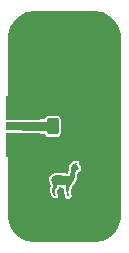
<source format=gbr>
%TF.GenerationSoftware,KiCad,Pcbnew,6.0.1-79c1e3a40b~116~ubuntu20.04.1*%
%TF.CreationDate,2022-01-29T01:29:46+01:00*%
%TF.ProjectId,load,6c6f6164-2e6b-4696-9361-645f70636258,1*%
%TF.SameCoordinates,Original*%
%TF.FileFunction,Copper,L1,Top*%
%TF.FilePolarity,Positive*%
%FSLAX46Y46*%
G04 Gerber Fmt 4.6, Leading zero omitted, Abs format (unit mm)*
G04 Created by KiCad (PCBNEW 6.0.1-79c1e3a40b~116~ubuntu20.04.1) date 2022-01-29 01:29:46*
%MOMM*%
%LPD*%
G01*
G04 APERTURE LIST*
G04 Aperture macros list*
%AMRoundRect*
0 Rectangle with rounded corners*
0 $1 Rounding radius*
0 $2 $3 $4 $5 $6 $7 $8 $9 X,Y pos of 4 corners*
0 Add a 4 corners polygon primitive as box body*
4,1,4,$2,$3,$4,$5,$6,$7,$8,$9,$2,$3,0*
0 Add four circle primitives for the rounded corners*
1,1,$1+$1,$2,$3*
1,1,$1+$1,$4,$5*
1,1,$1+$1,$6,$7*
1,1,$1+$1,$8,$9*
0 Add four rect primitives between the rounded corners*
20,1,$1+$1,$2,$3,$4,$5,0*
20,1,$1+$1,$4,$5,$6,$7,0*
20,1,$1+$1,$6,$7,$8,$9,0*
20,1,$1+$1,$8,$9,$2,$3,0*%
G04 Aperture macros list end*
%TA.AperFunction,SMDPad,CuDef*%
%ADD10RoundRect,0.250000X-0.262500X-0.450000X0.262500X-0.450000X0.262500X0.450000X-0.262500X0.450000X0*%
%TD*%
%TA.AperFunction,SMDPad,CuDef*%
%ADD11R,3.000000X0.800000*%
%TD*%
%TA.AperFunction,ComponentPad*%
%ADD12C,0.800000*%
%TD*%
%TA.AperFunction,SMDPad,CuDef*%
%ADD13R,3.000000X2.000000*%
%TD*%
%TA.AperFunction,ComponentPad*%
%ADD14C,3.400000*%
%TD*%
%TA.AperFunction,ViaPad*%
%ADD15C,0.800000*%
%TD*%
%TA.AperFunction,Conductor*%
%ADD16C,0.800000*%
%TD*%
G04 APERTURE END LIST*
%TO.C,G\u002A\u002A\u002A*%
G36*
X158524241Y-95569067D02*
G01*
X158532984Y-95573702D01*
X158536499Y-95583390D01*
X158534907Y-95599737D01*
X158528333Y-95624349D01*
X158517065Y-95658354D01*
X158507234Y-95686374D01*
X158498718Y-95709880D01*
X158492386Y-95726522D01*
X158489110Y-95733950D01*
X158489011Y-95734071D01*
X158492402Y-95738409D01*
X158504045Y-95747041D01*
X158521428Y-95758104D01*
X158521593Y-95758203D01*
X158559324Y-95784411D01*
X158588019Y-95811875D01*
X158607104Y-95839544D01*
X158616006Y-95866368D01*
X158614151Y-95891294D01*
X158604222Y-95909556D01*
X158592506Y-95924025D01*
X158626441Y-95944467D01*
X158650548Y-95960104D01*
X158675454Y-95977964D01*
X158688267Y-95988032D01*
X158703899Y-96001637D01*
X158711748Y-96011647D01*
X158713828Y-96022070D01*
X158712298Y-96035953D01*
X158709283Y-96059800D01*
X158707212Y-96083976D01*
X158707135Y-96085357D01*
X158703927Y-96104163D01*
X158695677Y-96114755D01*
X158692280Y-96116730D01*
X158678318Y-96126631D01*
X158666481Y-96138622D01*
X158660445Y-96145092D01*
X158653092Y-96149553D01*
X158641984Y-96152520D01*
X158624682Y-96154508D01*
X158598745Y-96156032D01*
X158580213Y-96156846D01*
X158544421Y-96159007D01*
X158517479Y-96162035D01*
X158500803Y-96165746D01*
X158496763Y-96167795D01*
X158489548Y-96178893D01*
X158484117Y-96195913D01*
X158483590Y-96198793D01*
X158479175Y-96214442D01*
X158470425Y-96237279D01*
X158458842Y-96263555D01*
X158451994Y-96277740D01*
X158441693Y-96299046D01*
X158433668Y-96317926D01*
X158427186Y-96337042D01*
X158421515Y-96359059D01*
X158415920Y-96386641D01*
X158409669Y-96422451D01*
X158405928Y-96445130D01*
X158399093Y-96490326D01*
X158392435Y-96540273D01*
X158386550Y-96590087D01*
X158382034Y-96634886D01*
X158380555Y-96652819D01*
X158372016Y-96742531D01*
X158360391Y-96822075D01*
X158345339Y-96893376D01*
X158326764Y-96957623D01*
X158309419Y-97004277D01*
X158289715Y-97044964D01*
X158265550Y-97083099D01*
X158234819Y-97122102D01*
X158205329Y-97154907D01*
X158146344Y-97225150D01*
X158096235Y-97300953D01*
X158058773Y-97372681D01*
X158041867Y-97406709D01*
X158026644Y-97432190D01*
X158010964Y-97452374D01*
X157997049Y-97466524D01*
X157980447Y-97481231D01*
X157966912Y-97491787D01*
X157959303Y-97495969D01*
X157959199Y-97495972D01*
X157952033Y-97499890D01*
X157945115Y-97512218D01*
X157938199Y-97533820D01*
X157931040Y-97565559D01*
X157923393Y-97608297D01*
X157918587Y-97638791D01*
X157909728Y-97694595D01*
X157901188Y-97741915D01*
X157892090Y-97784610D01*
X157881553Y-97826535D01*
X157868700Y-97871550D01*
X157856459Y-97911416D01*
X157844169Y-97953183D01*
X157835935Y-97988995D01*
X157831577Y-98022192D01*
X157830916Y-98056113D01*
X157833773Y-98094097D01*
X157839970Y-98139482D01*
X157843158Y-98159336D01*
X157849090Y-98196237D01*
X157854629Y-98232404D01*
X157859276Y-98264446D01*
X157862528Y-98288971D01*
X157863307Y-98295728D01*
X157867706Y-98322729D01*
X157875790Y-98345027D01*
X157889971Y-98369066D01*
X157891722Y-98371674D01*
X157915839Y-98407322D01*
X157734602Y-98407322D01*
X157738791Y-98387173D01*
X157743980Y-98369319D01*
X157750235Y-98355611D01*
X157753151Y-98347485D01*
X157751724Y-98336439D01*
X157745252Y-98319560D01*
X157737613Y-98303269D01*
X157725612Y-98275858D01*
X157715393Y-98245956D01*
X157706295Y-98211045D01*
X157697654Y-98168609D01*
X157689495Y-98120476D01*
X157683449Y-98089204D01*
X157674528Y-98051485D01*
X157664039Y-98012546D01*
X157655412Y-97984083D01*
X157643612Y-97946382D01*
X157634500Y-97913818D01*
X157627523Y-97883315D01*
X157622129Y-97851795D01*
X157617764Y-97816180D01*
X157613877Y-97773393D01*
X157611160Y-97737759D01*
X157607996Y-97675871D01*
X157607514Y-97616631D01*
X157609659Y-97563012D01*
X157614371Y-97517987D01*
X157615580Y-97510487D01*
X157618961Y-97490903D01*
X157507836Y-97494336D01*
X157435363Y-97495248D01*
X157372309Y-97492994D01*
X157316045Y-97487325D01*
X157263938Y-97477989D01*
X157221223Y-97467062D01*
X157157349Y-97443745D01*
X157103756Y-97413720D01*
X157060181Y-97376801D01*
X157026360Y-97332800D01*
X157022700Y-97326608D01*
X157005584Y-97296736D01*
X157001224Y-97314108D01*
X156989307Y-97348417D01*
X156970864Y-97386271D01*
X156948553Y-97422891D01*
X156925035Y-97453494D01*
X156921543Y-97457297D01*
X156901143Y-97479512D01*
X156887459Y-97497080D01*
X156878362Y-97514042D01*
X156871723Y-97534439D01*
X156865412Y-97562311D01*
X156864896Y-97564798D01*
X156853404Y-97608376D01*
X156837101Y-97648185D01*
X156814502Y-97686779D01*
X156784123Y-97726712D01*
X156746798Y-97768121D01*
X156720456Y-97796187D01*
X156701522Y-97817773D01*
X156688447Y-97834974D01*
X156679681Y-97849882D01*
X156673674Y-97864593D01*
X156672358Y-97868695D01*
X156664038Y-97906128D01*
X156659163Y-97950183D01*
X156658060Y-97995480D01*
X156661058Y-98036641D01*
X156661788Y-98041542D01*
X156673176Y-98111224D01*
X156683258Y-98169454D01*
X156692231Y-98217088D01*
X156700292Y-98254983D01*
X156707640Y-98283995D01*
X156714472Y-98304979D01*
X156720986Y-98318793D01*
X156727379Y-98326291D01*
X156727585Y-98326436D01*
X156745883Y-98341596D01*
X156762397Y-98359376D01*
X156773744Y-98375897D01*
X156776393Y-98382359D01*
X156777205Y-98388066D01*
X156774621Y-98391719D01*
X156766510Y-98393774D01*
X156750743Y-98394689D01*
X156725191Y-98394919D01*
X156717795Y-98394923D01*
X156655912Y-98394923D01*
X156657338Y-98377874D01*
X156656090Y-98366947D01*
X156649473Y-98354503D01*
X156635931Y-98338151D01*
X156622021Y-98323627D01*
X156596334Y-98294183D01*
X156572957Y-98259656D01*
X156551004Y-98218336D01*
X156529589Y-98168512D01*
X156507828Y-98108474D01*
X156502705Y-98093113D01*
X156481819Y-98026132D01*
X156466653Y-97968086D01*
X156457238Y-97916897D01*
X156453603Y-97870482D01*
X156455777Y-97826761D01*
X156463792Y-97783655D01*
X156477676Y-97739082D01*
X156497460Y-97690961D01*
X156508836Y-97666463D01*
X156518026Y-97646491D01*
X156523988Y-97630289D01*
X156527400Y-97614151D01*
X156528939Y-97594372D01*
X156529283Y-97567246D01*
X156529244Y-97554869D01*
X156524501Y-97488191D01*
X156510954Y-97413576D01*
X156488744Y-97331676D01*
X156467873Y-97269685D01*
X156456997Y-97237176D01*
X156446786Y-97202425D01*
X156438832Y-97171016D01*
X156436350Y-97159127D01*
X156428734Y-97125011D01*
X156420473Y-97099128D01*
X156412106Y-97082308D01*
X156404166Y-97075380D01*
X156397190Y-97079173D01*
X156392475Y-97091219D01*
X156389612Y-97101195D01*
X156386977Y-97102109D01*
X156382829Y-97092932D01*
X156379366Y-97083469D01*
X156372828Y-97054501D01*
X156370436Y-97018502D01*
X156372072Y-96980083D01*
X156377621Y-96943858D01*
X156383393Y-96923325D01*
X156411748Y-96861601D01*
X156450729Y-96805270D01*
X156499600Y-96754765D01*
X156557622Y-96710520D01*
X156624058Y-96672966D01*
X156698170Y-96642536D01*
X156779223Y-96619663D01*
X156866477Y-96604781D01*
X156935831Y-96599109D01*
X156988496Y-96597887D01*
X157038937Y-96599423D01*
X157090099Y-96604043D01*
X157144930Y-96612075D01*
X157206378Y-96623844D01*
X157255047Y-96634515D01*
X157312700Y-96647436D01*
X157360559Y-96657548D01*
X157400833Y-96665155D01*
X157435730Y-96670560D01*
X157467460Y-96674069D01*
X157498229Y-96675984D01*
X157530248Y-96676610D01*
X157559172Y-96676371D01*
X157592835Y-96675976D01*
X157619398Y-96676379D01*
X157642380Y-96678016D01*
X157665303Y-96681317D01*
X157691687Y-96686717D01*
X157725054Y-96694647D01*
X157742142Y-96698874D01*
X157785350Y-96709152D01*
X157818742Y-96715733D01*
X157844340Y-96718608D01*
X157864166Y-96717772D01*
X157880242Y-96713215D01*
X157894589Y-96704932D01*
X157903067Y-96698290D01*
X157915699Y-96686029D01*
X157926405Y-96671304D01*
X157935955Y-96652233D01*
X157945119Y-96626934D01*
X157954667Y-96593527D01*
X157965370Y-96550128D01*
X157967570Y-96540719D01*
X157978104Y-96497703D01*
X157990799Y-96449432D01*
X158004142Y-96401473D01*
X158016623Y-96359393D01*
X158018029Y-96354883D01*
X158027344Y-96324523D01*
X158034738Y-96298234D01*
X158040691Y-96273426D01*
X158045684Y-96247506D01*
X158050194Y-96217883D01*
X158054702Y-96181965D01*
X158059688Y-96137162D01*
X158061555Y-96119648D01*
X158068213Y-96058372D01*
X158074136Y-96007925D01*
X158079611Y-95966777D01*
X158084920Y-95933399D01*
X158090347Y-95906263D01*
X158096176Y-95883840D01*
X158102691Y-95864600D01*
X158110177Y-95847015D01*
X158113443Y-95840229D01*
X158125885Y-95816713D01*
X158138553Y-95797418D01*
X158153589Y-95780155D01*
X158173135Y-95762733D01*
X158199335Y-95742962D01*
X158228460Y-95722658D01*
X158258266Y-95701087D01*
X158289259Y-95676692D01*
X158317087Y-95652986D01*
X158332066Y-95638971D01*
X158350896Y-95621338D01*
X158367122Y-95608056D01*
X158378413Y-95600943D01*
X158381664Y-95600317D01*
X158389806Y-95609087D01*
X158390774Y-95627075D01*
X158384578Y-95653396D01*
X158380786Y-95664234D01*
X158373898Y-95683306D01*
X158369239Y-95697470D01*
X158367952Y-95702742D01*
X158371750Y-95701594D01*
X158381918Y-95693031D01*
X158396618Y-95678932D01*
X158414013Y-95661179D01*
X158432266Y-95641648D01*
X158449538Y-95622221D01*
X158463993Y-95604775D01*
X158464968Y-95603527D01*
X158481284Y-95583882D01*
X158493695Y-95572812D01*
X158504752Y-95568303D01*
X158510147Y-95567879D01*
X158524241Y-95569067D01*
G37*
%TD*%
D10*
%TO.P,R1,1*%
%TO.N,Net-(J1-Pad1)*%
X156500000Y-92500000D03*
%TO.P,R1,2*%
%TO.N,GND*%
X158325000Y-92500000D03*
%TD*%
D11*
%TO.P,J1,1,Pin_1*%
%TO.N,Net-(J1-Pad1)*%
X154000000Y-92500000D03*
D12*
%TO.P,J1,2,Pin_2*%
%TO.N,GND*%
X154500000Y-91000000D03*
X153500000Y-90900000D03*
X153000000Y-93500000D03*
X155000000Y-93500000D03*
X153000000Y-91500000D03*
D13*
X154000000Y-94100000D03*
X154000000Y-90900000D03*
D12*
X154500000Y-94000000D03*
X153500000Y-94000000D03*
X154000000Y-93500000D03*
X155000000Y-91500000D03*
X154000000Y-91500000D03*
%TD*%
D14*
%TO.P,H4,1,1*%
%TO.N,GND*%
X160000000Y-85000000D03*
%TD*%
%TO.P,H3,1,1*%
%TO.N,GND*%
X155000000Y-85000000D03*
%TD*%
%TO.P,H2,1,1*%
%TO.N,GND*%
X160000000Y-100000000D03*
%TD*%
%TO.P,H1,1,1*%
%TO.N,GND*%
X155000000Y-100000000D03*
%TD*%
D15*
%TO.N,GND*%
X159500000Y-91500000D03*
X159500000Y-93500000D03*
X159000000Y-92500000D03*
X158000000Y-93000000D03*
X158000000Y-92000000D03*
X158500000Y-94000000D03*
X157500000Y-94000000D03*
X156500000Y-94000000D03*
X155500000Y-94000000D03*
X158500000Y-91000000D03*
X157500000Y-91000000D03*
X156500000Y-91000000D03*
X155500000Y-91000000D03*
%TD*%
D16*
%TO.N,Net-(J1-Pad1)*%
X154000000Y-92500000D02*
X156500000Y-92500000D01*
%TD*%
%TA.AperFunction,Conductor*%
%TO.N,GND*%
G36*
X159988227Y-82702518D02*
G01*
X159999642Y-82705143D01*
X160010517Y-82702682D01*
X160021663Y-82702702D01*
X160021663Y-82702737D01*
X160031724Y-82701919D01*
X160271264Y-82716409D01*
X160283116Y-82717848D01*
X160544542Y-82765756D01*
X160556135Y-82768613D01*
X160761078Y-82832476D01*
X160809872Y-82847681D01*
X160821050Y-82851920D01*
X161063406Y-82960995D01*
X161073991Y-82966551D01*
X161301422Y-83104038D01*
X161311261Y-83110829D01*
X161520463Y-83274728D01*
X161529412Y-83282655D01*
X161717345Y-83470588D01*
X161725272Y-83479537D01*
X161889171Y-83688739D01*
X161895962Y-83698578D01*
X162033449Y-83926009D01*
X162039005Y-83936594D01*
X162148080Y-84178950D01*
X162152319Y-84190128D01*
X162231385Y-84443857D01*
X162234244Y-84455458D01*
X162282152Y-84716884D01*
X162283591Y-84728734D01*
X162283592Y-84728743D01*
X162298050Y-84967755D01*
X162297230Y-84977627D01*
X162297375Y-84977627D01*
X162297355Y-84988778D01*
X162294857Y-84999642D01*
X162297317Y-85010514D01*
X162297317Y-85010516D01*
X162297559Y-85011583D01*
X162300000Y-85033432D01*
X162300000Y-99966040D01*
X162297482Y-99988227D01*
X162294857Y-99999642D01*
X162297318Y-100010517D01*
X162297298Y-100021663D01*
X162297263Y-100021663D01*
X162298081Y-100031726D01*
X162283592Y-100271257D01*
X162282152Y-100283116D01*
X162278549Y-100302780D01*
X162234246Y-100544535D01*
X162231385Y-100556143D01*
X162152319Y-100809872D01*
X162148080Y-100821050D01*
X162039005Y-101063406D01*
X162033449Y-101073991D01*
X161895962Y-101301422D01*
X161889171Y-101311261D01*
X161725272Y-101520463D01*
X161717345Y-101529412D01*
X161529412Y-101717345D01*
X161520463Y-101725272D01*
X161311261Y-101889171D01*
X161301422Y-101895962D01*
X161073991Y-102033449D01*
X161063406Y-102039005D01*
X160821050Y-102148080D01*
X160809872Y-102152319D01*
X160556135Y-102231387D01*
X160544542Y-102234244D01*
X160283116Y-102282152D01*
X160271266Y-102283591D01*
X160032243Y-102298050D01*
X160022373Y-102297230D01*
X160022373Y-102297375D01*
X160011222Y-102297355D01*
X160000358Y-102294857D01*
X159989486Y-102297317D01*
X159989484Y-102297317D01*
X159988417Y-102297559D01*
X159966568Y-102300000D01*
X155033960Y-102300000D01*
X155011773Y-102297482D01*
X155000358Y-102294857D01*
X154989483Y-102297318D01*
X154978337Y-102297298D01*
X154978337Y-102297263D01*
X154968276Y-102298081D01*
X154728736Y-102283591D01*
X154716884Y-102282152D01*
X154455458Y-102234244D01*
X154443865Y-102231387D01*
X154190128Y-102152319D01*
X154178950Y-102148080D01*
X153936594Y-102039005D01*
X153926009Y-102033449D01*
X153698578Y-101895962D01*
X153688739Y-101889171D01*
X153479537Y-101725272D01*
X153470588Y-101717345D01*
X153282655Y-101529412D01*
X153274728Y-101520463D01*
X153110829Y-101311261D01*
X153104038Y-101301422D01*
X152966551Y-101073991D01*
X152960995Y-101063406D01*
X152851920Y-100821050D01*
X152847681Y-100809872D01*
X152768615Y-100556143D01*
X152765754Y-100544535D01*
X152717850Y-100283125D01*
X152717848Y-100283118D01*
X152716408Y-100271256D01*
X152701966Y-100032500D01*
X152703702Y-100011805D01*
X152703235Y-100011751D01*
X152703876Y-100006177D01*
X152705142Y-100000716D01*
X152705143Y-100000000D01*
X152702479Y-99988321D01*
X152700000Y-99966304D01*
X152700000Y-97009089D01*
X156169370Y-97009089D01*
X156169741Y-97014671D01*
X156169741Y-97014672D01*
X156169796Y-97015495D01*
X156169924Y-97026278D01*
X156169658Y-97032519D01*
X156170661Y-97037980D01*
X156170681Y-97038264D01*
X156172024Y-97049041D01*
X156172565Y-97057180D01*
X156172782Y-97064143D01*
X156172733Y-97076367D01*
X156173966Y-97081831D01*
X156174107Y-97083118D01*
X156174395Y-97084712D01*
X156174763Y-97090257D01*
X156178298Y-97102076D01*
X156180013Y-97108622D01*
X156181024Y-97113101D01*
X156181059Y-97113257D01*
X156182716Y-97122720D01*
X156183040Y-97125303D01*
X156183042Y-97125309D01*
X156183738Y-97130863D01*
X156185662Y-97136122D01*
X156186336Y-97138901D01*
X156186997Y-97141145D01*
X156188013Y-97144073D01*
X156189237Y-97149494D01*
X156190889Y-97152947D01*
X156191222Y-97154602D01*
X156193142Y-97158850D01*
X156193145Y-97158858D01*
X156196045Y-97165273D01*
X156198801Y-97172021D01*
X156202759Y-97182838D01*
X156203173Y-97183476D01*
X156204954Y-97187713D01*
X156209227Y-97200067D01*
X156209229Y-97200070D01*
X156212873Y-97210606D01*
X156220726Y-97218520D01*
X156220727Y-97218521D01*
X156232810Y-97230697D01*
X156238813Y-97242591D01*
X156241151Y-97240818D01*
X156241156Y-97240821D01*
X156243753Y-97244246D01*
X156259754Y-97279204D01*
X156260121Y-97279081D01*
X156261900Y-97284399D01*
X156265565Y-97295355D01*
X156266663Y-97298850D01*
X156271465Y-97315190D01*
X156273144Y-97318191D01*
X156273410Y-97318893D01*
X156278296Y-97333407D01*
X156285359Y-97354520D01*
X156285459Y-97354685D01*
X156296342Y-97387006D01*
X156298066Y-97392686D01*
X156314587Y-97453611D01*
X156316446Y-97461836D01*
X156324816Y-97507937D01*
X156326158Y-97518596D01*
X156328334Y-97549181D01*
X156318847Y-97592961D01*
X156321122Y-97593897D01*
X156315012Y-97608759D01*
X156313249Y-97612789D01*
X156308907Y-97622138D01*
X156308905Y-97622143D01*
X156306568Y-97627176D01*
X156305701Y-97631233D01*
X156305022Y-97633057D01*
X156300560Y-97643911D01*
X156298535Y-97648008D01*
X156296306Y-97653068D01*
X156293483Y-97657908D01*
X156291818Y-97663254D01*
X156291817Y-97663256D01*
X156290646Y-97667016D01*
X156287691Y-97675214D01*
X156284126Y-97683885D01*
X156283208Y-97689371D01*
X156281763Y-97694435D01*
X156280652Y-97699100D01*
X156278660Y-97705497D01*
X156277657Y-97708716D01*
X156273941Y-97718712D01*
X156271316Y-97724754D01*
X156270292Y-97730264D01*
X156270110Y-97730857D01*
X156267933Y-97739643D01*
X156267788Y-97740399D01*
X156266136Y-97745702D01*
X156265705Y-97751237D01*
X156265618Y-97752353D01*
X156264250Y-97762751D01*
X156261671Y-97776626D01*
X156259598Y-97785487D01*
X156257152Y-97794133D01*
X156256874Y-97799735D01*
X156256312Y-97803157D01*
X156256043Y-97806898D01*
X156255026Y-97812366D01*
X156255251Y-97817919D01*
X156255250Y-97817928D01*
X156255392Y-97821431D01*
X156255351Y-97830345D01*
X156254581Y-97845825D01*
X156253624Y-97855485D01*
X156253439Y-97856728D01*
X156252439Y-97863444D01*
X156252876Y-97869027D01*
X156252785Y-97871647D01*
X156252828Y-97874672D01*
X156253006Y-97877519D01*
X156252730Y-97883068D01*
X156253695Y-97888538D01*
X156253695Y-97888541D01*
X156254140Y-97891062D01*
X156255343Y-97900525D01*
X156255984Y-97908703D01*
X156256416Y-97914220D01*
X156256577Y-97923735D01*
X156256674Y-97925137D01*
X156256427Y-97930727D01*
X156257677Y-97937524D01*
X156257728Y-97937800D01*
X156259060Y-97947982D01*
X156259609Y-97954989D01*
X156261265Y-97960297D01*
X156261498Y-97961507D01*
X156263808Y-97970861D01*
X156265876Y-97982106D01*
X156266504Y-97985944D01*
X156267240Y-97991068D01*
X156267405Y-97996659D01*
X156269289Y-98003870D01*
X156270363Y-98007982D01*
X156271944Y-98015094D01*
X156272230Y-98016646D01*
X156274031Y-98026439D01*
X156276230Y-98031552D01*
X156277807Y-98036758D01*
X156278838Y-98040417D01*
X156280254Y-98045838D01*
X156283309Y-98057531D01*
X156283793Y-98059670D01*
X156284122Y-98063976D01*
X156288638Y-98078459D01*
X156288803Y-98078987D01*
X156290077Y-98083436D01*
X156294014Y-98098504D01*
X156296006Y-98102331D01*
X156296734Y-98104423D01*
X156305527Y-98132622D01*
X156305605Y-98132920D01*
X156305789Y-98134832D01*
X156307243Y-98139191D01*
X156311593Y-98152235D01*
X156311754Y-98152797D01*
X156312055Y-98155263D01*
X156313962Y-98160525D01*
X156315095Y-98163651D01*
X156316528Y-98167903D01*
X156318484Y-98174174D01*
X156319443Y-98175824D01*
X156319568Y-98176147D01*
X156325234Y-98193137D01*
X156326525Y-98195261D01*
X156326748Y-98195801D01*
X156334692Y-98217719D01*
X156335933Y-98221457D01*
X156336870Y-98226612D01*
X156342412Y-98239507D01*
X156344524Y-98244844D01*
X156346842Y-98251239D01*
X156349242Y-98257861D01*
X156352078Y-98262266D01*
X156353743Y-98265867D01*
X156358756Y-98277533D01*
X156360141Y-98281523D01*
X156360220Y-98281492D01*
X156362269Y-98286692D01*
X156363723Y-98292106D01*
X156366352Y-98297054D01*
X156368603Y-98301292D01*
X156372121Y-98308626D01*
X156376161Y-98318026D01*
X156379432Y-98322511D01*
X156382187Y-98327344D01*
X156382123Y-98327380D01*
X156384371Y-98330971D01*
X156387941Y-98337691D01*
X156392213Y-98347034D01*
X156392584Y-98347743D01*
X156394606Y-98352969D01*
X156397747Y-98357608D01*
X156398380Y-98358543D01*
X156403831Y-98367600D01*
X156404306Y-98368495D01*
X156404310Y-98368501D01*
X156406915Y-98373404D01*
X156410548Y-98377608D01*
X156410916Y-98378145D01*
X156417231Y-98386385D01*
X156421983Y-98393404D01*
X156427292Y-98402194D01*
X156430687Y-98408539D01*
X156434368Y-98412759D01*
X156435145Y-98413883D01*
X156439228Y-98419185D01*
X156440243Y-98420372D01*
X156443363Y-98424981D01*
X156445340Y-98426828D01*
X156461601Y-98454191D01*
X156462725Y-98457132D01*
X156464290Y-98468168D01*
X156477859Y-98488461D01*
X156484799Y-98500625D01*
X156495365Y-98522628D01*
X156504073Y-98529593D01*
X156506262Y-98532344D01*
X156508812Y-98534754D01*
X156515009Y-98544021D01*
X156524611Y-98549684D01*
X156536032Y-98556420D01*
X156547572Y-98564379D01*
X156566627Y-98579617D01*
X156577491Y-98582115D01*
X156580654Y-98583644D01*
X156584004Y-98584712D01*
X156593606Y-98590375D01*
X156604714Y-98591314D01*
X156617917Y-98592430D01*
X156622160Y-98593093D01*
X156622166Y-98593037D01*
X156627734Y-98593669D01*
X156633189Y-98594923D01*
X156643241Y-98594923D01*
X156651578Y-98595275D01*
X156684529Y-98598060D01*
X156692025Y-98595203D01*
X156695827Y-98594935D01*
X156702808Y-98594931D01*
X156703380Y-98594931D01*
X156703449Y-98594935D01*
X156704269Y-98595115D01*
X156706537Y-98595095D01*
X156706545Y-98595095D01*
X156725170Y-98594927D01*
X156726060Y-98594923D01*
X156734840Y-98594923D01*
X156735320Y-98594936D01*
X156739645Y-98595670D01*
X156745232Y-98595346D01*
X156745234Y-98595346D01*
X156751152Y-98595002D01*
X156755041Y-98594777D01*
X156759868Y-98594615D01*
X156765289Y-98594566D01*
X156770173Y-98594955D01*
X156775170Y-98594673D01*
X156786165Y-98596538D01*
X156816671Y-98587746D01*
X156825507Y-98585200D01*
X156828612Y-98584359D01*
X156836491Y-98582363D01*
X156842610Y-98580813D01*
X156850380Y-98579714D01*
X156852674Y-98578181D01*
X156855181Y-98578054D01*
X156854807Y-98576756D01*
X156863133Y-98574357D01*
X156863134Y-98574356D01*
X156873844Y-98571270D01*
X156882158Y-98563843D01*
X156886971Y-98561183D01*
X156892105Y-98557665D01*
X156896327Y-98554132D01*
X156906257Y-98549058D01*
X156913004Y-98540179D01*
X156913124Y-98540079D01*
X156917602Y-98534802D01*
X156926252Y-98529023D01*
X156939904Y-98505895D01*
X156946336Y-98496320D01*
X156954720Y-98485287D01*
X156954721Y-98485285D01*
X156961466Y-98476409D01*
X156963467Y-98466604D01*
X156966205Y-98461337D01*
X156966967Y-98460047D01*
X156966968Y-98460043D01*
X156972634Y-98450444D01*
X156973577Y-98439334D01*
X156974651Y-98435968D01*
X156975237Y-98432494D01*
X156979491Y-98422186D01*
X156978854Y-98411051D01*
X156978622Y-98406990D01*
X156978629Y-98403510D01*
X156981151Y-98394917D01*
X156977332Y-98371697D01*
X156977002Y-98364397D01*
X156975726Y-98356048D01*
X156976536Y-98344930D01*
X156974820Y-98340582D01*
X156974277Y-98331088D01*
X156966788Y-98317564D01*
X156960940Y-98305001D01*
X156950855Y-98278657D01*
X156950852Y-98278652D01*
X156946868Y-98268246D01*
X156938764Y-98260595D01*
X156932563Y-98251331D01*
X156932701Y-98251239D01*
X156930919Y-98248982D01*
X156930520Y-98249276D01*
X156927200Y-98244774D01*
X156924403Y-98239917D01*
X156920590Y-98235811D01*
X156919276Y-98234030D01*
X156918247Y-98232842D01*
X156917202Y-98231506D01*
X156914493Y-98227561D01*
X156912854Y-98226050D01*
X156911037Y-98223469D01*
X156910196Y-98223000D01*
X156888840Y-98180107D01*
X156888594Y-98178953D01*
X156888129Y-98176639D01*
X156888037Y-98176147D01*
X156880197Y-98134529D01*
X156879973Y-98133290D01*
X156870450Y-98078290D01*
X156870323Y-98077536D01*
X156869591Y-98073054D01*
X156860648Y-98018332D01*
X156859618Y-98009589D01*
X156858587Y-97995433D01*
X156858355Y-97985856D01*
X156858532Y-97978547D01*
X156878843Y-97920831D01*
X156883955Y-97914675D01*
X156893376Y-97904223D01*
X156894681Y-97902805D01*
X156897128Y-97900198D01*
X156908057Y-97888553D01*
X156909046Y-97886862D01*
X156909276Y-97886582D01*
X156912364Y-97883157D01*
X156918341Y-97876526D01*
X156921419Y-97873566D01*
X156921367Y-97873516D01*
X156925232Y-97869477D01*
X156929540Y-97865889D01*
X156932931Y-97861431D01*
X156932936Y-97861426D01*
X156935756Y-97857718D01*
X156941017Y-97851368D01*
X156944054Y-97847999D01*
X156947775Y-97843871D01*
X156950486Y-97839017D01*
X156953718Y-97834503D01*
X156953768Y-97834539D01*
X156956112Y-97830960D01*
X156956961Y-97829845D01*
X156964093Y-97820470D01*
X156970827Y-97812523D01*
X156971772Y-97811520D01*
X156971773Y-97811519D01*
X156975609Y-97807448D01*
X156978437Y-97802618D01*
X156979072Y-97801770D01*
X156983331Y-97795410D01*
X156983966Y-97794346D01*
X156987328Y-97789927D01*
X156989627Y-97784863D01*
X156990240Y-97783513D01*
X156994954Y-97774410D01*
X156996589Y-97771619D01*
X157003239Y-97760260D01*
X157007792Y-97753193D01*
X157010340Y-97749584D01*
X157013570Y-97745009D01*
X157015691Y-97739830D01*
X157017032Y-97737385D01*
X157018277Y-97734579D01*
X157021082Y-97729789D01*
X157024127Y-97720134D01*
X157026926Y-97712396D01*
X157027390Y-97711263D01*
X157066940Y-97664578D01*
X157126377Y-97650057D01*
X157149638Y-97655234D01*
X157149648Y-97655193D01*
X157150934Y-97655522D01*
X157150957Y-97655527D01*
X157155061Y-97656577D01*
X157155069Y-97656580D01*
X157157230Y-97657133D01*
X157166634Y-97660044D01*
X157168598Y-97660761D01*
X157168601Y-97660762D01*
X157173820Y-97662667D01*
X157179333Y-97663364D01*
X157181380Y-97663860D01*
X157189781Y-97665459D01*
X157192651Y-97666193D01*
X157196460Y-97667249D01*
X157201150Y-97668650D01*
X157206299Y-97670847D01*
X157215596Y-97672513D01*
X157217906Y-97672927D01*
X157224977Y-97674463D01*
X157236214Y-97677337D01*
X157241768Y-97677482D01*
X157246855Y-97678190D01*
X157250671Y-97678797D01*
X157258757Y-97680246D01*
X157262577Y-97681227D01*
X157262614Y-97681058D01*
X157268079Y-97682242D01*
X157273387Y-97684039D01*
X157284476Y-97685156D01*
X157284561Y-97685165D01*
X157292085Y-97686217D01*
X157302966Y-97688166D01*
X157308516Y-97687905D01*
X157314066Y-97688267D01*
X157314055Y-97688431D01*
X157318007Y-97688535D01*
X157320149Y-97688751D01*
X157324881Y-97689228D01*
X157380881Y-97713878D01*
X157411697Y-97766737D01*
X157413542Y-97778774D01*
X157414500Y-97789323D01*
X157414619Y-97790750D01*
X157415893Y-97807448D01*
X157416170Y-97811079D01*
X157416591Y-97812440D01*
X157416618Y-97812630D01*
X157416752Y-97814105D01*
X157416796Y-97814983D01*
X157416485Y-97817956D01*
X157417166Y-97823512D01*
X157417166Y-97823515D01*
X157418680Y-97835870D01*
X157419009Y-97838953D01*
X157420624Y-97856728D01*
X157420938Y-97857692D01*
X157421309Y-97860537D01*
X157421162Y-97863133D01*
X157423137Y-97874672D01*
X157423793Y-97878505D01*
X157424475Y-97883157D01*
X157425680Y-97892984D01*
X157425681Y-97892989D01*
X157426357Y-97898503D01*
X157427177Y-97900775D01*
X157427495Y-97902597D01*
X157427491Y-97905759D01*
X157428740Y-97911219D01*
X157430713Y-97919845D01*
X157431788Y-97925222D01*
X157434192Y-97939273D01*
X157435352Y-97942064D01*
X157435664Y-97943455D01*
X157435775Y-97945829D01*
X157437283Y-97951217D01*
X157439965Y-97960802D01*
X157441129Y-97965381D01*
X157444562Y-97980391D01*
X157445499Y-97982335D01*
X157445910Y-97983859D01*
X157445955Y-97984436D01*
X157446762Y-97987014D01*
X157446766Y-97987029D01*
X157451390Y-98001802D01*
X157452234Y-98004648D01*
X157457086Y-98021988D01*
X157458475Y-98024549D01*
X157458749Y-98025314D01*
X157464171Y-98042636D01*
X157464342Y-98043190D01*
X157470629Y-98063932D01*
X157471283Y-98066090D01*
X157472132Y-98069056D01*
X157480215Y-98099064D01*
X157480962Y-98102016D01*
X157482593Y-98108913D01*
X157487400Y-98129237D01*
X157488256Y-98133221D01*
X157492478Y-98155062D01*
X157492878Y-98157266D01*
X157497097Y-98182159D01*
X157497221Y-98183122D01*
X157497142Y-98186249D01*
X157498259Y-98191733D01*
X157498259Y-98191738D01*
X157500694Y-98203699D01*
X157501291Y-98206898D01*
X157503126Y-98217719D01*
X157504235Y-98224263D01*
X157505431Y-98227155D01*
X157505663Y-98228101D01*
X157506338Y-98231415D01*
X157506887Y-98234586D01*
X157507029Y-98239493D01*
X157508440Y-98244905D01*
X157508440Y-98244908D01*
X157510719Y-98253652D01*
X157511927Y-98258863D01*
X157513705Y-98267594D01*
X157514815Y-98273044D01*
X157516394Y-98276532D01*
X157517850Y-98281904D01*
X157518213Y-98283558D01*
X157518791Y-98289131D01*
X157522544Y-98300111D01*
X157524663Y-98307159D01*
X157527543Y-98318210D01*
X157529260Y-98321514D01*
X157532104Y-98361522D01*
X157534637Y-98361524D01*
X157534615Y-98386417D01*
X157534598Y-98386769D01*
X157534200Y-98388686D01*
X157534290Y-98393353D01*
X157534576Y-98408194D01*
X157534594Y-98410188D01*
X157534557Y-98452771D01*
X157535473Y-98454679D01*
X157535514Y-98456796D01*
X157549909Y-98485287D01*
X157554730Y-98494828D01*
X157555608Y-98496610D01*
X157574055Y-98535027D01*
X157575710Y-98536350D01*
X157576663Y-98538237D01*
X157601987Y-98557665D01*
X157610460Y-98564165D01*
X157612032Y-98565397D01*
X157635743Y-98584359D01*
X157645317Y-98592016D01*
X157647380Y-98592491D01*
X157649060Y-98593779D01*
X157658897Y-98595833D01*
X157690740Y-98602482D01*
X157692690Y-98602910D01*
X157707318Y-98606274D01*
X157707331Y-98606276D01*
X157711879Y-98607322D01*
X157713839Y-98607322D01*
X157714181Y-98607377D01*
X157727470Y-98610152D01*
X157727471Y-98610152D01*
X157738381Y-98612430D01*
X157749200Y-98609752D01*
X157751514Y-98609709D01*
X157771087Y-98607322D01*
X157870241Y-98607322D01*
X157878045Y-98607630D01*
X157889029Y-98608499D01*
X157899670Y-98611827D01*
X157910700Y-98610212D01*
X157923309Y-98608366D01*
X157927322Y-98608074D01*
X157927307Y-98607944D01*
X157932831Y-98607322D01*
X157938385Y-98607322D01*
X157948812Y-98604944D01*
X157956480Y-98603510D01*
X157989956Y-98598608D01*
X157996776Y-98594002D01*
X158004801Y-98592172D01*
X158031256Y-98571091D01*
X158037542Y-98566475D01*
X158065577Y-98547544D01*
X158069726Y-98540436D01*
X158076162Y-98535307D01*
X158090857Y-98504841D01*
X158094506Y-98497980D01*
X158111574Y-98468738D01*
X158112230Y-98460530D01*
X158115804Y-98453120D01*
X158115819Y-98435787D01*
X158115834Y-98419304D01*
X158116149Y-98411505D01*
X158117956Y-98388896D01*
X158117956Y-98388894D01*
X158118844Y-98377781D01*
X158115877Y-98370103D01*
X158115884Y-98361873D01*
X158111060Y-98351827D01*
X158111059Y-98351823D01*
X158101242Y-98331380D01*
X158098146Y-98324224D01*
X158094224Y-98314074D01*
X158091086Y-98309436D01*
X158088490Y-98304471D01*
X158088618Y-98304404D01*
X158086613Y-98300915D01*
X158081214Y-98289670D01*
X158081212Y-98289668D01*
X158076386Y-98279617D01*
X158074930Y-98278453D01*
X158064669Y-98254720D01*
X158064409Y-98254446D01*
X158064219Y-98253678D01*
X158057579Y-98238320D01*
X158057462Y-98237511D01*
X158057305Y-98236379D01*
X158055756Y-98224694D01*
X158055779Y-98224691D01*
X158055775Y-98224663D01*
X158055610Y-98223516D01*
X158055600Y-98223517D01*
X158055593Y-98223469D01*
X158055493Y-98222711D01*
X158055490Y-98222682D01*
X158055470Y-98222542D01*
X158054577Y-98215806D01*
X158054577Y-98215805D01*
X158054576Y-98215800D01*
X158054841Y-98215765D01*
X158054783Y-98215532D01*
X158054763Y-98215013D01*
X158054308Y-98215083D01*
X158052492Y-98203222D01*
X158052377Y-98202450D01*
X158050150Y-98187096D01*
X158051281Y-98186932D01*
X158051293Y-98186730D01*
X158050159Y-98186912D01*
X158049915Y-98185394D01*
X158049685Y-98183893D01*
X158049324Y-98181397D01*
X158050066Y-98181289D01*
X158050000Y-98181034D01*
X158049234Y-98181157D01*
X158046730Y-98165586D01*
X158046651Y-98165089D01*
X158043372Y-98143674D01*
X158043100Y-98142985D01*
X158043087Y-98142924D01*
X158041787Y-98134832D01*
X158040752Y-98128397D01*
X158040754Y-98128384D01*
X158040751Y-98128384D01*
X158037994Y-98111217D01*
X158037651Y-98108913D01*
X158033158Y-98076007D01*
X158032529Y-98070054D01*
X158032344Y-98067583D01*
X158031413Y-98055207D01*
X158031153Y-98045853D01*
X158031215Y-98042691D01*
X158032039Y-98031754D01*
X158032377Y-98029180D01*
X158034050Y-98019890D01*
X158034796Y-98016646D01*
X158037066Y-98006773D01*
X158038573Y-98001017D01*
X158047840Y-97969522D01*
X158048177Y-97968401D01*
X158053732Y-97950314D01*
X158053845Y-97949999D01*
X158054776Y-97948311D01*
X158056040Y-97943884D01*
X158056045Y-97943870D01*
X158060205Y-97929297D01*
X158060745Y-97927470D01*
X158066508Y-97908703D01*
X158066649Y-97906781D01*
X158066728Y-97906448D01*
X158068315Y-97900890D01*
X158068599Y-97900030D01*
X158069982Y-97897322D01*
X158074359Y-97879907D01*
X158075173Y-97876877D01*
X158078533Y-97865105D01*
X158078533Y-97865103D01*
X158080057Y-97859766D01*
X158080221Y-97856738D01*
X158080407Y-97855846D01*
X158081174Y-97852793D01*
X158081518Y-97851618D01*
X158082962Y-97848517D01*
X158084129Y-97843043D01*
X158086571Y-97831586D01*
X158087381Y-97828094D01*
X158090199Y-97816881D01*
X158091553Y-97811494D01*
X158091629Y-97808064D01*
X158091832Y-97806893D01*
X158092575Y-97803406D01*
X158092793Y-97802552D01*
X158093973Y-97799798D01*
X158097179Y-97782034D01*
X158097777Y-97778997D01*
X158100339Y-97766972D01*
X158100339Y-97766971D01*
X158101495Y-97761546D01*
X158101453Y-97758557D01*
X158101575Y-97757677D01*
X158102840Y-97750668D01*
X158102925Y-97750297D01*
X158103692Y-97748395D01*
X158106754Y-97729101D01*
X158107104Y-97727037D01*
X158109694Y-97712690D01*
X158109695Y-97712685D01*
X158110553Y-97707929D01*
X158110459Y-97705879D01*
X158110502Y-97705497D01*
X158112568Y-97692482D01*
X158112568Y-97692480D01*
X158112611Y-97692374D01*
X158116182Y-97669715D01*
X158116464Y-97667944D01*
X158118457Y-97655384D01*
X158142628Y-97604750D01*
X158146544Y-97601281D01*
X158148013Y-97599230D01*
X158150621Y-97596559D01*
X158154965Y-97593016D01*
X158158401Y-97588593D01*
X158158650Y-97588338D01*
X158165169Y-97580886D01*
X158165478Y-97580492D01*
X158169373Y-97576531D01*
X158172290Y-97571802D01*
X158175719Y-97567428D01*
X158175875Y-97567550D01*
X158179518Y-97562844D01*
X158179412Y-97562763D01*
X158182804Y-97558316D01*
X158186683Y-97554271D01*
X158189557Y-97549460D01*
X158190361Y-97548406D01*
X158194221Y-97542759D01*
X158195009Y-97541469D01*
X158198417Y-97537082D01*
X158200764Y-97532047D01*
X158201398Y-97531009D01*
X158207048Y-97520791D01*
X158207316Y-97520376D01*
X158210869Y-97516046D01*
X158215827Y-97506067D01*
X158219495Y-97499351D01*
X158222268Y-97494709D01*
X158222272Y-97494700D01*
X158225123Y-97489928D01*
X158226842Y-97484639D01*
X158229137Y-97479587D01*
X158229277Y-97479651D01*
X158230777Y-97475979D01*
X158236552Y-97464354D01*
X158237461Y-97462569D01*
X158266392Y-97407174D01*
X158271555Y-97398416D01*
X158303749Y-97349715D01*
X158310520Y-97340648D01*
X158355232Y-97287403D01*
X158357419Y-97284885D01*
X158369651Y-97271277D01*
X158372925Y-97267806D01*
X158373483Y-97267243D01*
X158377852Y-97263728D01*
X158385916Y-97253494D01*
X158390047Y-97248588D01*
X158394917Y-97243171D01*
X158394919Y-97243168D01*
X158398629Y-97239041D01*
X158401329Y-97234192D01*
X158401943Y-97233332D01*
X158404743Y-97229600D01*
X158411175Y-97221436D01*
X158417305Y-97214573D01*
X158418343Y-97213284D01*
X158422326Y-97209344D01*
X158425325Y-97204611D01*
X158425329Y-97204606D01*
X158426279Y-97203107D01*
X158432136Y-97194833D01*
X158433159Y-97193534D01*
X158433159Y-97193533D01*
X158436599Y-97189168D01*
X158438983Y-97184145D01*
X158439753Y-97182903D01*
X158444263Y-97174725D01*
X158449645Y-97166232D01*
X158456091Y-97157219D01*
X158459814Y-97152587D01*
X158462253Y-97147550D01*
X158462257Y-97147544D01*
X158462295Y-97147465D01*
X158467720Y-97137717D01*
X158467743Y-97137669D01*
X158470721Y-97132970D01*
X158472728Y-97127306D01*
X158476941Y-97117220D01*
X158480864Y-97109122D01*
X158484328Y-97103023D01*
X158485884Y-97099952D01*
X158488964Y-97095271D01*
X158491925Y-97087306D01*
X158495618Y-97078657D01*
X158496825Y-97076165D01*
X158496827Y-97076159D01*
X158499249Y-97071158D01*
X158500498Y-97065743D01*
X158501566Y-97062713D01*
X158503637Y-97055803D01*
X158506306Y-97048624D01*
X158507892Y-97045144D01*
X158507708Y-97045068D01*
X158509860Y-97039899D01*
X158512584Y-97035001D01*
X158515805Y-97023860D01*
X158518114Y-97016862D01*
X158522084Y-97006185D01*
X158522814Y-97000670D01*
X158524155Y-96995282D01*
X158524348Y-96995330D01*
X158525134Y-96991592D01*
X158525937Y-96988814D01*
X158531238Y-96970480D01*
X158532394Y-96966761D01*
X158533976Y-96962004D01*
X158536333Y-96956920D01*
X158538763Y-96945408D01*
X158540521Y-96938373D01*
X158542188Y-96932606D01*
X158543732Y-96927266D01*
X158544050Y-96921719D01*
X158544946Y-96916478D01*
X158545664Y-96912718D01*
X158547383Y-96904574D01*
X158551831Y-96883506D01*
X158552969Y-96878710D01*
X158552971Y-96878701D01*
X158555003Y-96873481D01*
X158555813Y-96867941D01*
X158555814Y-96867936D01*
X158556927Y-96860318D01*
X158558021Y-96854188D01*
X158559588Y-96846767D01*
X158559589Y-96846754D01*
X158560735Y-96841326D01*
X158560645Y-96835775D01*
X158560664Y-96835579D01*
X158561249Y-96830748D01*
X158567046Y-96791073D01*
X158567510Y-96788473D01*
X158568963Y-96784103D01*
X158569493Y-96778529D01*
X158569495Y-96778522D01*
X158570407Y-96768943D01*
X158571001Y-96764011D01*
X158571143Y-96763041D01*
X158573174Y-96749144D01*
X158572810Y-96744560D01*
X158572981Y-96741892D01*
X158577613Y-96693233D01*
X158577634Y-96693086D01*
X158578011Y-96691904D01*
X158579725Y-96671120D01*
X158579834Y-96669887D01*
X158580420Y-96663733D01*
X158581791Y-96649326D01*
X158581740Y-96648936D01*
X158581817Y-96647098D01*
X158585290Y-96612658D01*
X158585473Y-96610978D01*
X158590804Y-96565854D01*
X158590974Y-96564503D01*
X158596990Y-96519376D01*
X158597235Y-96517656D01*
X158603383Y-96476999D01*
X158603590Y-96475687D01*
X158606809Y-96456177D01*
X158606923Y-96455507D01*
X158607332Y-96453168D01*
X158611560Y-96428940D01*
X158640192Y-96374868D01*
X158678010Y-96351968D01*
X158707680Y-96342159D01*
X158713216Y-96340506D01*
X158716036Y-96339753D01*
X158722354Y-96338451D01*
X158723557Y-96337985D01*
X158734588Y-96336368D01*
X158748251Y-96327139D01*
X158751465Y-96326007D01*
X158754630Y-96322830D01*
X158756721Y-96321418D01*
X158757127Y-96321315D01*
X158759575Y-96319846D01*
X158759437Y-96319584D01*
X158763837Y-96317264D01*
X158763897Y-96317254D01*
X158764192Y-96317077D01*
X158786742Y-96305185D01*
X158793371Y-96296225D01*
X158798311Y-96291983D01*
X158811521Y-96278750D01*
X158815692Y-96276325D01*
X158824291Y-96268300D01*
X158824985Y-96269044D01*
X158829322Y-96263860D01*
X158839499Y-96255579D01*
X158842942Y-96251159D01*
X158844411Y-96249658D01*
X158847593Y-96246552D01*
X158865494Y-96229845D01*
X158866526Y-96227196D01*
X158870977Y-96223234D01*
X158875265Y-96212949D01*
X158875266Y-96212947D01*
X158886092Y-96186977D01*
X158887779Y-96183161D01*
X158904426Y-96147566D01*
X158904302Y-96136418D01*
X158904303Y-96136415D01*
X158904260Y-96132553D01*
X158905224Y-96120339D01*
X158905560Y-96119179D01*
X158905882Y-96113404D01*
X158907135Y-96102292D01*
X158908078Y-96096763D01*
X158907771Y-96091216D01*
X158907921Y-96088582D01*
X158909355Y-96079414D01*
X158912424Y-96073484D01*
X158913401Y-96039871D01*
X158913409Y-96039756D01*
X158913546Y-96038671D01*
X158913510Y-96038305D01*
X158913955Y-96031904D01*
X158914485Y-96027095D01*
X158915094Y-96021568D01*
X158914459Y-96016050D01*
X158914453Y-96013270D01*
X158914246Y-96010805D01*
X158914408Y-96005214D01*
X158913313Y-95999729D01*
X158912843Y-95994139D01*
X158913124Y-95994115D01*
X158912041Y-95982593D01*
X158912044Y-95982352D01*
X158912182Y-95967943D01*
X158907871Y-95958761D01*
X158907311Y-95953893D01*
X158901359Y-95944464D01*
X158900762Y-95942770D01*
X158897962Y-95937656D01*
X158894015Y-95929250D01*
X158894018Y-95929249D01*
X158894013Y-95929241D01*
X158892501Y-95920935D01*
X158886681Y-95912928D01*
X158885698Y-95910734D01*
X158880172Y-95898401D01*
X158880171Y-95898400D01*
X158875614Y-95888230D01*
X158865118Y-95879371D01*
X158855971Y-95870588D01*
X158855633Y-95870219D01*
X158852341Y-95865691D01*
X158849549Y-95863261D01*
X158847373Y-95860486D01*
X158842998Y-95856938D01*
X158842975Y-95856901D01*
X158839162Y-95853025D01*
X158839956Y-95852244D01*
X158814024Y-95812245D01*
X158812691Y-95812769D01*
X158810120Y-95806223D01*
X158809716Y-95805600D01*
X158809536Y-95804737D01*
X158808615Y-95802392D01*
X158806949Y-95791370D01*
X158800668Y-95782161D01*
X158796592Y-95771783D01*
X158796657Y-95771758D01*
X158792642Y-95763643D01*
X158791575Y-95760427D01*
X158791572Y-95760419D01*
X158789823Y-95755151D01*
X158787155Y-95750748D01*
X158786893Y-95750137D01*
X158786592Y-95749609D01*
X158784641Y-95744691D01*
X158781461Y-95740082D01*
X158781459Y-95740077D01*
X158776810Y-95733338D01*
X158773639Y-95728439D01*
X158754524Y-95696887D01*
X158754523Y-95696887D01*
X158754523Y-95696886D01*
X158756058Y-95695956D01*
X158735192Y-95653284D01*
X158737718Y-95626169D01*
X158735858Y-95625978D01*
X158736996Y-95614887D01*
X158740571Y-95604329D01*
X158738690Y-95588988D01*
X158737695Y-95580879D01*
X158737693Y-95580848D01*
X158737743Y-95580336D01*
X158736203Y-95568293D01*
X158736453Y-95561490D01*
X158734874Y-95557874D01*
X158734685Y-95556330D01*
X158734136Y-95548908D01*
X158734204Y-95547212D01*
X158734203Y-95547209D01*
X158734647Y-95536070D01*
X158732035Y-95530041D01*
X158732235Y-95528510D01*
X158731885Y-95527557D01*
X158731008Y-95527669D01*
X158730516Y-95523824D01*
X158729102Y-95512765D01*
X158723032Y-95503413D01*
X158723031Y-95503411D01*
X158722143Y-95502043D01*
X158716485Y-95492116D01*
X158715197Y-95489519D01*
X158713302Y-95484295D01*
X158710376Y-95479754D01*
X158708517Y-95475748D01*
X158707279Y-95472891D01*
X158698378Y-95452341D01*
X158689951Y-95445047D01*
X158686555Y-95440419D01*
X158682446Y-95436401D01*
X158676408Y-95427028D01*
X158666904Y-95421202D01*
X158666902Y-95421200D01*
X158654916Y-95413853D01*
X158650930Y-95411269D01*
X158646738Y-95407641D01*
X158644843Y-95406636D01*
X158637017Y-95400314D01*
X158636815Y-95400194D01*
X158628724Y-95392525D01*
X158618107Y-95389123D01*
X158615819Y-95387769D01*
X158608121Y-95385169D01*
X158598614Y-95379341D01*
X158587522Y-95378213D01*
X158586149Y-95377749D01*
X158584687Y-95376757D01*
X158582053Y-95376366D01*
X158581279Y-95376104D01*
X158573351Y-95374257D01*
X158569013Y-95373390D01*
X158563682Y-95371682D01*
X158559370Y-95371318D01*
X158557236Y-95370818D01*
X158550158Y-95368911D01*
X158532223Y-95364079D01*
X158524386Y-95365548D01*
X158517685Y-95363568D01*
X158484808Y-95368913D01*
X158476682Y-95369892D01*
X158466605Y-95370684D01*
X158461298Y-95372342D01*
X158455848Y-95373393D01*
X158455799Y-95373141D01*
X158451401Y-95374126D01*
X158451015Y-95374236D01*
X158444390Y-95375171D01*
X158437387Y-95375548D01*
X158427615Y-95380916D01*
X158427188Y-95381038D01*
X158409951Y-95388377D01*
X158401582Y-95390991D01*
X158401143Y-95389585D01*
X158377644Y-95396883D01*
X158377667Y-95397089D01*
X158376594Y-95397209D01*
X158376430Y-95397260D01*
X158366378Y-95395744D01*
X158360286Y-95397621D01*
X158355512Y-95397082D01*
X158345795Y-95400477D01*
X158345787Y-95400479D01*
X158332841Y-95405003D01*
X158328874Y-95405090D01*
X158329192Y-95406110D01*
X158323867Y-95407772D01*
X158319684Y-95408578D01*
X158319224Y-95408583D01*
X158318949Y-95408719D01*
X158318457Y-95408814D01*
X158313390Y-95411044D01*
X158313385Y-95411045D01*
X158310851Y-95412160D01*
X158300132Y-95416154D01*
X158289833Y-95419327D01*
X158289832Y-95419328D01*
X158279175Y-95422611D01*
X158272379Y-95428910D01*
X158269695Y-95430270D01*
X158256104Y-95436249D01*
X158248855Y-95444721D01*
X158245820Y-95446975D01*
X158242499Y-95450187D01*
X158241442Y-95450853D01*
X158237514Y-95454789D01*
X158233286Y-95458168D01*
X158232600Y-95458762D01*
X158230777Y-95459821D01*
X158226690Y-95463649D01*
X158226689Y-95463649D01*
X158221461Y-95468545D01*
X158216506Y-95472884D01*
X158206767Y-95480856D01*
X158203358Y-95485243D01*
X158202069Y-95486565D01*
X158198867Y-95489703D01*
X158196290Y-95492116D01*
X158195383Y-95492965D01*
X158195369Y-95492978D01*
X158185537Y-95502178D01*
X158182106Y-95505242D01*
X158163969Y-95520693D01*
X158161026Y-95523104D01*
X158139273Y-95540225D01*
X158136123Y-95542602D01*
X158113341Y-95559090D01*
X158111946Y-95560081D01*
X158101343Y-95567473D01*
X158100242Y-95568180D01*
X158097002Y-95569629D01*
X158092534Y-95573001D01*
X158092532Y-95573002D01*
X158083360Y-95579924D01*
X158080346Y-95582111D01*
X158066463Y-95591789D01*
X158065277Y-95593093D01*
X158063335Y-95594626D01*
X158061929Y-95595619D01*
X158057021Y-95598313D01*
X158050272Y-95604329D01*
X158049161Y-95605319D01*
X158042930Y-95610433D01*
X158034667Y-95616668D01*
X158031117Y-95620882D01*
X158023450Y-95627254D01*
X158022229Y-95628372D01*
X158017699Y-95631662D01*
X158014021Y-95635885D01*
X158012355Y-95637410D01*
X158009477Y-95640321D01*
X158007831Y-95642158D01*
X158003682Y-95645856D01*
X158000458Y-95650387D01*
X157999419Y-95651546D01*
X157988446Y-95664243D01*
X157983837Y-95668657D01*
X157980763Y-95673340D01*
X157978633Y-95675899D01*
X157976580Y-95678871D01*
X157972931Y-95683061D01*
X157970305Y-95687958D01*
X157969700Y-95688833D01*
X157965328Y-95696029D01*
X157963398Y-95698852D01*
X157959731Y-95703095D01*
X157955702Y-95710710D01*
X157950964Y-95718725D01*
X157949379Y-95721140D01*
X157949377Y-95721144D01*
X157946324Y-95725794D01*
X157944382Y-95731007D01*
X157943844Y-95732069D01*
X157943083Y-95733020D01*
X157941603Y-95736096D01*
X157941599Y-95736102D01*
X157938544Y-95742448D01*
X157937563Y-95744322D01*
X157935058Y-95747770D01*
X157932866Y-95752919D01*
X157932426Y-95753952D01*
X157928841Y-95761477D01*
X157928716Y-95761713D01*
X157928713Y-95761720D01*
X157926118Y-95766625D01*
X157925190Y-95770081D01*
X157924648Y-95771322D01*
X157923447Y-95773818D01*
X157923446Y-95773821D01*
X157922555Y-95775673D01*
X157920545Y-95778932D01*
X157918749Y-95784236D01*
X157918748Y-95784238D01*
X157916904Y-95789685D01*
X157914232Y-95796691D01*
X157909840Y-95807007D01*
X157909395Y-95809477D01*
X157908326Y-95811529D01*
X157905320Y-95823092D01*
X157903278Y-95829923D01*
X157902569Y-95832019D01*
X157899511Y-95841049D01*
X157899261Y-95843486D01*
X157898687Y-95844760D01*
X157897589Y-95850251D01*
X157895900Y-95858696D01*
X157894637Y-95864189D01*
X157891108Y-95877765D01*
X157891061Y-95879320D01*
X157890972Y-95879541D01*
X157890453Y-95882804D01*
X157888331Y-95896143D01*
X157887641Y-95899988D01*
X157884382Y-95916285D01*
X157884407Y-95917201D01*
X157884296Y-95917865D01*
X157884355Y-95917873D01*
X157881858Y-95936638D01*
X157881495Y-95939123D01*
X157878552Y-95957627D01*
X157878583Y-95958101D01*
X157878040Y-95962021D01*
X157878150Y-95962034D01*
X157875765Y-95982352D01*
X157875578Y-95983844D01*
X157872910Y-96003895D01*
X157873049Y-96005403D01*
X157873037Y-96005582D01*
X157872132Y-96013296D01*
X157872120Y-96013369D01*
X157871838Y-96014178D01*
X157869511Y-96035593D01*
X157869451Y-96036122D01*
X157866948Y-96057442D01*
X157867040Y-96058294D01*
X157867035Y-96058376D01*
X157865159Y-96075644D01*
X157865156Y-96075661D01*
X157865090Y-96075853D01*
X157862683Y-96098438D01*
X157860290Y-96120458D01*
X157860285Y-96120458D01*
X157860262Y-96120901D01*
X157856149Y-96157853D01*
X157855986Y-96159229D01*
X157852242Y-96189061D01*
X157851885Y-96191632D01*
X157848843Y-96211615D01*
X157848185Y-96215438D01*
X157845576Y-96228982D01*
X157844638Y-96233320D01*
X157843953Y-96236175D01*
X157841610Y-96245937D01*
X157840646Y-96249636D01*
X157835771Y-96266969D01*
X157835114Y-96269204D01*
X157831905Y-96279663D01*
X157831828Y-96279875D01*
X157831341Y-96280736D01*
X157828005Y-96291983D01*
X157825481Y-96300493D01*
X157825082Y-96301804D01*
X157820266Y-96317254D01*
X157818976Y-96321392D01*
X157818872Y-96322736D01*
X157818811Y-96322984D01*
X157818410Y-96324333D01*
X157818353Y-96324497D01*
X157817551Y-96325974D01*
X157816447Y-96329943D01*
X157816446Y-96329945D01*
X157812141Y-96345418D01*
X157811681Y-96347019D01*
X157805987Y-96366217D01*
X157805881Y-96367877D01*
X157805827Y-96368113D01*
X157803861Y-96375182D01*
X157803804Y-96375353D01*
X157803156Y-96376588D01*
X157798531Y-96394175D01*
X157797920Y-96396498D01*
X157797553Y-96397853D01*
X157794170Y-96410012D01*
X157760357Y-96461005D01*
X157703028Y-96482384D01*
X157689930Y-96482077D01*
X157688760Y-96481972D01*
X157683317Y-96480858D01*
X157681729Y-96480894D01*
X157679255Y-96480136D01*
X157673667Y-96479738D01*
X157673657Y-96479736D01*
X157667312Y-96479284D01*
X157660248Y-96478525D01*
X157648571Y-96476844D01*
X157646299Y-96477029D01*
X157645152Y-96476747D01*
X157639556Y-96476662D01*
X157634348Y-96476583D01*
X157630786Y-96476529D01*
X157625261Y-96476290D01*
X157611119Y-96475283D01*
X157609426Y-96475545D01*
X157607853Y-96475104D01*
X157607861Y-96475786D01*
X157594520Y-96475942D01*
X157591861Y-96475938D01*
X157578884Y-96475741D01*
X157578881Y-96475741D01*
X157573326Y-96475657D01*
X157570798Y-96476193D01*
X157570165Y-96476228D01*
X157562538Y-96476317D01*
X157557456Y-96476377D01*
X157557115Y-96476381D01*
X157552551Y-96476419D01*
X157532718Y-96476583D01*
X157530000Y-96476567D01*
X157521137Y-96476394D01*
X157508518Y-96476147D01*
X157504302Y-96475975D01*
X157487022Y-96474899D01*
X157482296Y-96474490D01*
X157464188Y-96472488D01*
X157459923Y-96471923D01*
X157436295Y-96468263D01*
X157433166Y-96467725D01*
X157400775Y-96461607D01*
X157398721Y-96461196D01*
X157388849Y-96459110D01*
X157355814Y-96452129D01*
X157354731Y-96451894D01*
X157320517Y-96444227D01*
X157320496Y-96444221D01*
X157320076Y-96444022D01*
X157298528Y-96439298D01*
X157298104Y-96439203D01*
X157278061Y-96434712D01*
X157278062Y-96434712D01*
X157276785Y-96434426D01*
X157276324Y-96434428D01*
X157276299Y-96434424D01*
X157269233Y-96432874D01*
X157268663Y-96432723D01*
X157266317Y-96431689D01*
X157247898Y-96428162D01*
X157245355Y-96427639D01*
X157227189Y-96423656D01*
X157224629Y-96423678D01*
X157224027Y-96423589D01*
X157202018Y-96419373D01*
X157200194Y-96418958D01*
X157196401Y-96417480D01*
X157190868Y-96416670D01*
X157190866Y-96416669D01*
X157180384Y-96415134D01*
X157176125Y-96414415D01*
X157160408Y-96411404D01*
X157156338Y-96411546D01*
X157154471Y-96411338D01*
X157138864Y-96409051D01*
X157135489Y-96408457D01*
X157130717Y-96406897D01*
X157116341Y-96405599D01*
X157110898Y-96404955D01*
X157102275Y-96403692D01*
X157102274Y-96403692D01*
X157096779Y-96402887D01*
X157091780Y-96403282D01*
X157088303Y-96403067D01*
X157086309Y-96402887D01*
X157077107Y-96402056D01*
X157072913Y-96401565D01*
X157067737Y-96400207D01*
X157055093Y-96399822D01*
X157053937Y-96399787D01*
X157048044Y-96399432D01*
X157046570Y-96399299D01*
X157034469Y-96398206D01*
X157029179Y-96398920D01*
X157024898Y-96398902D01*
X157014486Y-96398585D01*
X157011348Y-96398396D01*
X157006573Y-96397414D01*
X156997988Y-96397613D01*
X156991888Y-96397754D01*
X156986587Y-96397735D01*
X156977605Y-96397462D01*
X156977604Y-96397462D01*
X156972048Y-96397293D01*
X156967258Y-96398233D01*
X156964098Y-96398400D01*
X156951353Y-96398695D01*
X156947383Y-96398679D01*
X156942177Y-96397922D01*
X156928852Y-96399012D01*
X156928228Y-96399063D01*
X156922452Y-96399366D01*
X156914206Y-96399557D01*
X156914204Y-96399557D01*
X156908652Y-96399686D01*
X156903568Y-96400971D01*
X156899565Y-96401407D01*
X156893256Y-96401923D01*
X156870901Y-96403751D01*
X156866431Y-96403805D01*
X156866431Y-96403814D01*
X156860836Y-96404127D01*
X156855250Y-96403808D01*
X156849736Y-96404749D01*
X156849727Y-96404749D01*
X156845734Y-96405430D01*
X156837167Y-96406509D01*
X156833244Y-96406830D01*
X156833236Y-96406832D01*
X156827704Y-96407284D01*
X156822408Y-96408957D01*
X156816995Y-96410019D01*
X156812595Y-96411084D01*
X156806706Y-96412088D01*
X156763333Y-96419485D01*
X156753286Y-96420585D01*
X156752372Y-96420734D01*
X156746774Y-96421009D01*
X156741382Y-96422531D01*
X156741381Y-96422531D01*
X156740182Y-96422869D01*
X156729943Y-96425180D01*
X156728854Y-96425366D01*
X156728852Y-96425366D01*
X156723372Y-96426301D01*
X156718240Y-96428430D01*
X156717490Y-96428646D01*
X156707842Y-96431995D01*
X156659951Y-96445510D01*
X156649192Y-96447908D01*
X156648760Y-96447979D01*
X156648748Y-96447983D01*
X156643225Y-96448894D01*
X156638042Y-96451022D01*
X156638018Y-96451029D01*
X156627648Y-96454609D01*
X156627510Y-96454665D01*
X156622153Y-96456177D01*
X156617274Y-96458838D01*
X156617272Y-96458839D01*
X156616776Y-96459110D01*
X156606980Y-96463776D01*
X156562134Y-96482189D01*
X156552706Y-96485514D01*
X156545421Y-96487676D01*
X156540544Y-96490433D01*
X156538758Y-96491191D01*
X156534263Y-96493373D01*
X156532378Y-96494407D01*
X156527237Y-96496518D01*
X156522692Y-96499721D01*
X156522690Y-96499722D01*
X156520954Y-96500945D01*
X156512645Y-96506203D01*
X156470856Y-96529825D01*
X156463002Y-96533814D01*
X156459519Y-96535392D01*
X156459511Y-96535397D01*
X156454417Y-96537705D01*
X156449970Y-96541096D01*
X156447228Y-96542734D01*
X156444413Y-96544773D01*
X156439577Y-96547506D01*
X156432549Y-96553907D01*
X156425930Y-96559428D01*
X156387373Y-96588830D01*
X156381277Y-96593124D01*
X156371674Y-96599358D01*
X156367780Y-96603383D01*
X156366377Y-96604538D01*
X156364820Y-96606029D01*
X156360398Y-96609400D01*
X156356839Y-96613668D01*
X156356837Y-96613670D01*
X156353031Y-96618235D01*
X156348141Y-96623677D01*
X156313545Y-96659430D01*
X156309113Y-96663733D01*
X156299197Y-96672777D01*
X156296029Y-96677355D01*
X156295552Y-96677874D01*
X156295098Y-96678495D01*
X156291324Y-96682395D01*
X156288447Y-96687143D01*
X156288446Y-96687145D01*
X156284321Y-96693954D01*
X156281058Y-96698989D01*
X156251708Y-96741402D01*
X156248715Y-96745498D01*
X156239493Y-96757464D01*
X156237374Y-96762076D01*
X156237244Y-96762303D01*
X156234456Y-96766333D01*
X156232387Y-96771498D01*
X156232386Y-96771499D01*
X156228802Y-96780443D01*
X156226867Y-96784945D01*
X156206017Y-96830334D01*
X156202941Y-96836461D01*
X156197005Y-96847326D01*
X156195488Y-96852725D01*
X156195043Y-96853816D01*
X156194564Y-96855267D01*
X156192241Y-96860324D01*
X156190246Y-96869852D01*
X156185602Y-96885293D01*
X156185435Y-96885908D01*
X156183368Y-96891113D01*
X156182520Y-96896646D01*
X156182169Y-96897941D01*
X156180733Y-96904574D01*
X156180485Y-96906092D01*
X156178982Y-96911439D01*
X156178705Y-96916991D01*
X156178705Y-96916994D01*
X156178621Y-96918686D01*
X156177603Y-96928747D01*
X156177025Y-96932521D01*
X156174760Y-96943130D01*
X156174707Y-96943467D01*
X156173220Y-96948871D01*
X156172982Y-96954465D01*
X156172950Y-96955208D01*
X156171900Y-96965976D01*
X156170964Y-96972086D01*
X156171365Y-96977624D01*
X156171357Y-96977822D01*
X156171520Y-96988798D01*
X156171401Y-96991592D01*
X156171365Y-96992443D01*
X156170280Y-97003130D01*
X156170260Y-97003564D01*
X156169370Y-97009089D01*
X152700000Y-97009089D01*
X152700000Y-93199500D01*
X152718907Y-93141309D01*
X152768407Y-93105345D01*
X152799000Y-93100500D01*
X155743319Y-93100500D01*
X155801510Y-93119407D01*
X155830812Y-93153176D01*
X155832414Y-93156202D01*
X155834866Y-93163184D01*
X155839261Y-93169135D01*
X155839262Y-93169136D01*
X155910950Y-93266193D01*
X155915350Y-93272150D01*
X156024316Y-93352634D01*
X156152131Y-93397519D01*
X156158138Y-93398087D01*
X156158139Y-93398087D01*
X156181355Y-93400282D01*
X156181365Y-93400282D01*
X156183666Y-93400500D01*
X156816334Y-93400500D01*
X156818635Y-93400282D01*
X156818645Y-93400282D01*
X156841861Y-93398087D01*
X156841862Y-93398087D01*
X156847869Y-93397519D01*
X156975684Y-93352634D01*
X157084650Y-93272150D01*
X157089050Y-93266193D01*
X157160738Y-93169136D01*
X157160739Y-93169135D01*
X157165134Y-93163184D01*
X157210019Y-93035369D01*
X157213000Y-93003834D01*
X157213000Y-91996166D01*
X157210019Y-91964631D01*
X157165134Y-91836816D01*
X157138311Y-91800500D01*
X157089050Y-91733807D01*
X157084650Y-91727850D01*
X156975684Y-91647366D01*
X156847869Y-91602481D01*
X156841862Y-91601913D01*
X156841861Y-91601913D01*
X156818645Y-91599718D01*
X156818635Y-91599718D01*
X156816334Y-91599500D01*
X156183666Y-91599500D01*
X156181365Y-91599718D01*
X156181355Y-91599718D01*
X156158139Y-91601913D01*
X156158138Y-91601913D01*
X156152131Y-91602481D01*
X156024316Y-91647366D01*
X155915350Y-91727850D01*
X155910950Y-91733807D01*
X155861690Y-91800500D01*
X155834866Y-91836816D01*
X155832414Y-91843798D01*
X155830812Y-91846824D01*
X155786874Y-91889404D01*
X155743319Y-91899500D01*
X152799000Y-91899500D01*
X152740809Y-91880593D01*
X152704845Y-91831093D01*
X152700000Y-91800500D01*
X152700000Y-85034222D01*
X152702557Y-85011867D01*
X152703875Y-85006181D01*
X152705142Y-85000716D01*
X152705143Y-85000000D01*
X152703900Y-84994552D01*
X152703278Y-84988992D01*
X152703654Y-84988950D01*
X152701935Y-84968016D01*
X152716408Y-84728743D01*
X152716409Y-84728742D01*
X152716409Y-84728736D01*
X152717848Y-84716884D01*
X152765756Y-84455458D01*
X152768615Y-84443857D01*
X152847681Y-84190128D01*
X152851920Y-84178950D01*
X152960995Y-83936594D01*
X152966551Y-83926009D01*
X153104038Y-83698578D01*
X153110829Y-83688739D01*
X153274728Y-83479537D01*
X153282655Y-83470588D01*
X153470588Y-83282655D01*
X153479537Y-83274728D01*
X153688739Y-83110829D01*
X153698578Y-83104038D01*
X153926009Y-82966551D01*
X153936594Y-82960995D01*
X154178950Y-82851920D01*
X154190128Y-82847681D01*
X154238922Y-82832476D01*
X154443865Y-82768613D01*
X154455458Y-82765756D01*
X154716884Y-82717848D01*
X154728734Y-82716409D01*
X154967757Y-82701950D01*
X154977627Y-82702770D01*
X154977627Y-82702625D01*
X154988778Y-82702645D01*
X154999642Y-82705143D01*
X155010514Y-82702683D01*
X155010516Y-82702683D01*
X155011583Y-82702441D01*
X155033432Y-82700000D01*
X159966040Y-82700000D01*
X159988227Y-82702518D01*
G37*
%TD.AperFunction*%
%TD*%
M02*

</source>
